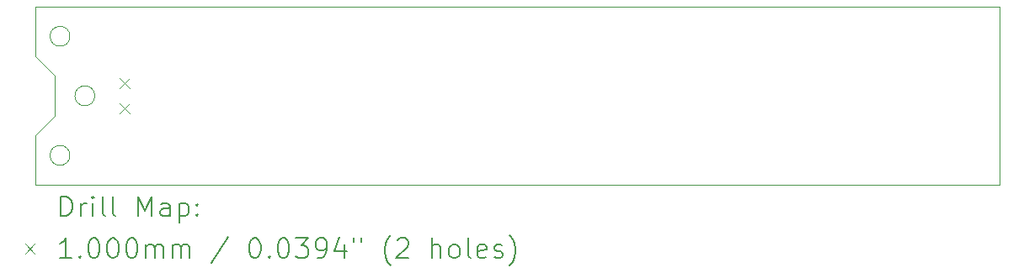
<source format=gbr>
%TF.GenerationSoftware,KiCad,Pcbnew,8.0.4*%
%TF.CreationDate,2024-09-05T15:58:07-04:00*%
%TF.ProjectId,paddle_1,70616464-6c65-45f3-912e-6b696361645f,rev?*%
%TF.SameCoordinates,Original*%
%TF.FileFunction,Drillmap*%
%TF.FilePolarity,Positive*%
%FSLAX45Y45*%
G04 Gerber Fmt 4.5, Leading zero omitted, Abs format (unit mm)*
G04 Created by KiCad (PCBNEW 8.0.4) date 2024-09-05 15:58:07*
%MOMM*%
%LPD*%
G01*
G04 APERTURE LIST*
%ADD10C,0.050000*%
%ADD11C,0.200000*%
%ADD12C,0.100000*%
G04 APERTURE END LIST*
D10*
X9100000Y-10100000D02*
X9100000Y-9600000D01*
X9700000Y-9200000D02*
G75*
G02*
X9500000Y-9200000I-100000J0D01*
G01*
X9500000Y-9200000D02*
G75*
G02*
X9700000Y-9200000I100000J0D01*
G01*
X9300000Y-9400000D02*
X9300000Y-9000000D01*
X9450000Y-8600000D02*
G75*
G02*
X9250000Y-8600000I-100000J0D01*
G01*
X9250000Y-8600000D02*
G75*
G02*
X9450000Y-8600000I100000J0D01*
G01*
X9100000Y-9600000D02*
X9300000Y-9400000D01*
X18800000Y-8300000D02*
X18800000Y-10100000D01*
X9100000Y-8800000D02*
X9100000Y-8300000D01*
X9450000Y-9800000D02*
G75*
G02*
X9250000Y-9800000I-100000J0D01*
G01*
X9250000Y-9800000D02*
G75*
G02*
X9450000Y-9800000I100000J0D01*
G01*
X18800000Y-10100000D02*
X9100000Y-10100000D01*
X9300000Y-9000000D02*
X9100000Y-8800000D01*
X9100000Y-8300000D02*
X18800000Y-8300000D01*
D11*
D12*
X9950000Y-9023500D02*
X10050000Y-9123500D01*
X10050000Y-9023500D02*
X9950000Y-9123500D01*
X9950000Y-9277500D02*
X10050000Y-9377500D01*
X10050000Y-9277500D02*
X9950000Y-9377500D01*
D11*
X9358277Y-10413984D02*
X9358277Y-10213984D01*
X9358277Y-10213984D02*
X9405896Y-10213984D01*
X9405896Y-10213984D02*
X9434467Y-10223508D01*
X9434467Y-10223508D02*
X9453515Y-10242555D01*
X9453515Y-10242555D02*
X9463039Y-10261603D01*
X9463039Y-10261603D02*
X9472563Y-10299698D01*
X9472563Y-10299698D02*
X9472563Y-10328270D01*
X9472563Y-10328270D02*
X9463039Y-10366365D01*
X9463039Y-10366365D02*
X9453515Y-10385412D01*
X9453515Y-10385412D02*
X9434467Y-10404460D01*
X9434467Y-10404460D02*
X9405896Y-10413984D01*
X9405896Y-10413984D02*
X9358277Y-10413984D01*
X9558277Y-10413984D02*
X9558277Y-10280650D01*
X9558277Y-10318746D02*
X9567801Y-10299698D01*
X9567801Y-10299698D02*
X9577324Y-10290174D01*
X9577324Y-10290174D02*
X9596372Y-10280650D01*
X9596372Y-10280650D02*
X9615420Y-10280650D01*
X9682086Y-10413984D02*
X9682086Y-10280650D01*
X9682086Y-10213984D02*
X9672563Y-10223508D01*
X9672563Y-10223508D02*
X9682086Y-10233031D01*
X9682086Y-10233031D02*
X9691610Y-10223508D01*
X9691610Y-10223508D02*
X9682086Y-10213984D01*
X9682086Y-10213984D02*
X9682086Y-10233031D01*
X9805896Y-10413984D02*
X9786848Y-10404460D01*
X9786848Y-10404460D02*
X9777324Y-10385412D01*
X9777324Y-10385412D02*
X9777324Y-10213984D01*
X9910658Y-10413984D02*
X9891610Y-10404460D01*
X9891610Y-10404460D02*
X9882086Y-10385412D01*
X9882086Y-10385412D02*
X9882086Y-10213984D01*
X10139229Y-10413984D02*
X10139229Y-10213984D01*
X10139229Y-10213984D02*
X10205896Y-10356841D01*
X10205896Y-10356841D02*
X10272563Y-10213984D01*
X10272563Y-10213984D02*
X10272563Y-10413984D01*
X10453515Y-10413984D02*
X10453515Y-10309222D01*
X10453515Y-10309222D02*
X10443991Y-10290174D01*
X10443991Y-10290174D02*
X10424944Y-10280650D01*
X10424944Y-10280650D02*
X10386848Y-10280650D01*
X10386848Y-10280650D02*
X10367801Y-10290174D01*
X10453515Y-10404460D02*
X10434467Y-10413984D01*
X10434467Y-10413984D02*
X10386848Y-10413984D01*
X10386848Y-10413984D02*
X10367801Y-10404460D01*
X10367801Y-10404460D02*
X10358277Y-10385412D01*
X10358277Y-10385412D02*
X10358277Y-10366365D01*
X10358277Y-10366365D02*
X10367801Y-10347317D01*
X10367801Y-10347317D02*
X10386848Y-10337793D01*
X10386848Y-10337793D02*
X10434467Y-10337793D01*
X10434467Y-10337793D02*
X10453515Y-10328270D01*
X10548753Y-10280650D02*
X10548753Y-10480650D01*
X10548753Y-10290174D02*
X10567801Y-10280650D01*
X10567801Y-10280650D02*
X10605896Y-10280650D01*
X10605896Y-10280650D02*
X10624944Y-10290174D01*
X10624944Y-10290174D02*
X10634467Y-10299698D01*
X10634467Y-10299698D02*
X10643991Y-10318746D01*
X10643991Y-10318746D02*
X10643991Y-10375889D01*
X10643991Y-10375889D02*
X10634467Y-10394936D01*
X10634467Y-10394936D02*
X10624944Y-10404460D01*
X10624944Y-10404460D02*
X10605896Y-10413984D01*
X10605896Y-10413984D02*
X10567801Y-10413984D01*
X10567801Y-10413984D02*
X10548753Y-10404460D01*
X10729705Y-10394936D02*
X10739229Y-10404460D01*
X10739229Y-10404460D02*
X10729705Y-10413984D01*
X10729705Y-10413984D02*
X10720182Y-10404460D01*
X10720182Y-10404460D02*
X10729705Y-10394936D01*
X10729705Y-10394936D02*
X10729705Y-10413984D01*
X10729705Y-10290174D02*
X10739229Y-10299698D01*
X10739229Y-10299698D02*
X10729705Y-10309222D01*
X10729705Y-10309222D02*
X10720182Y-10299698D01*
X10720182Y-10299698D02*
X10729705Y-10290174D01*
X10729705Y-10290174D02*
X10729705Y-10309222D01*
D12*
X8997500Y-10692500D02*
X9097500Y-10792500D01*
X9097500Y-10692500D02*
X8997500Y-10792500D01*
D11*
X9463039Y-10833984D02*
X9348753Y-10833984D01*
X9405896Y-10833984D02*
X9405896Y-10633984D01*
X9405896Y-10633984D02*
X9386848Y-10662555D01*
X9386848Y-10662555D02*
X9367801Y-10681603D01*
X9367801Y-10681603D02*
X9348753Y-10691127D01*
X9548753Y-10814936D02*
X9558277Y-10824460D01*
X9558277Y-10824460D02*
X9548753Y-10833984D01*
X9548753Y-10833984D02*
X9539229Y-10824460D01*
X9539229Y-10824460D02*
X9548753Y-10814936D01*
X9548753Y-10814936D02*
X9548753Y-10833984D01*
X9682086Y-10633984D02*
X9701134Y-10633984D01*
X9701134Y-10633984D02*
X9720182Y-10643508D01*
X9720182Y-10643508D02*
X9729705Y-10653031D01*
X9729705Y-10653031D02*
X9739229Y-10672079D01*
X9739229Y-10672079D02*
X9748753Y-10710174D01*
X9748753Y-10710174D02*
X9748753Y-10757793D01*
X9748753Y-10757793D02*
X9739229Y-10795889D01*
X9739229Y-10795889D02*
X9729705Y-10814936D01*
X9729705Y-10814936D02*
X9720182Y-10824460D01*
X9720182Y-10824460D02*
X9701134Y-10833984D01*
X9701134Y-10833984D02*
X9682086Y-10833984D01*
X9682086Y-10833984D02*
X9663039Y-10824460D01*
X9663039Y-10824460D02*
X9653515Y-10814936D01*
X9653515Y-10814936D02*
X9643991Y-10795889D01*
X9643991Y-10795889D02*
X9634467Y-10757793D01*
X9634467Y-10757793D02*
X9634467Y-10710174D01*
X9634467Y-10710174D02*
X9643991Y-10672079D01*
X9643991Y-10672079D02*
X9653515Y-10653031D01*
X9653515Y-10653031D02*
X9663039Y-10643508D01*
X9663039Y-10643508D02*
X9682086Y-10633984D01*
X9872563Y-10633984D02*
X9891610Y-10633984D01*
X9891610Y-10633984D02*
X9910658Y-10643508D01*
X9910658Y-10643508D02*
X9920182Y-10653031D01*
X9920182Y-10653031D02*
X9929705Y-10672079D01*
X9929705Y-10672079D02*
X9939229Y-10710174D01*
X9939229Y-10710174D02*
X9939229Y-10757793D01*
X9939229Y-10757793D02*
X9929705Y-10795889D01*
X9929705Y-10795889D02*
X9920182Y-10814936D01*
X9920182Y-10814936D02*
X9910658Y-10824460D01*
X9910658Y-10824460D02*
X9891610Y-10833984D01*
X9891610Y-10833984D02*
X9872563Y-10833984D01*
X9872563Y-10833984D02*
X9853515Y-10824460D01*
X9853515Y-10824460D02*
X9843991Y-10814936D01*
X9843991Y-10814936D02*
X9834467Y-10795889D01*
X9834467Y-10795889D02*
X9824944Y-10757793D01*
X9824944Y-10757793D02*
X9824944Y-10710174D01*
X9824944Y-10710174D02*
X9834467Y-10672079D01*
X9834467Y-10672079D02*
X9843991Y-10653031D01*
X9843991Y-10653031D02*
X9853515Y-10643508D01*
X9853515Y-10643508D02*
X9872563Y-10633984D01*
X10063039Y-10633984D02*
X10082086Y-10633984D01*
X10082086Y-10633984D02*
X10101134Y-10643508D01*
X10101134Y-10643508D02*
X10110658Y-10653031D01*
X10110658Y-10653031D02*
X10120182Y-10672079D01*
X10120182Y-10672079D02*
X10129705Y-10710174D01*
X10129705Y-10710174D02*
X10129705Y-10757793D01*
X10129705Y-10757793D02*
X10120182Y-10795889D01*
X10120182Y-10795889D02*
X10110658Y-10814936D01*
X10110658Y-10814936D02*
X10101134Y-10824460D01*
X10101134Y-10824460D02*
X10082086Y-10833984D01*
X10082086Y-10833984D02*
X10063039Y-10833984D01*
X10063039Y-10833984D02*
X10043991Y-10824460D01*
X10043991Y-10824460D02*
X10034467Y-10814936D01*
X10034467Y-10814936D02*
X10024944Y-10795889D01*
X10024944Y-10795889D02*
X10015420Y-10757793D01*
X10015420Y-10757793D02*
X10015420Y-10710174D01*
X10015420Y-10710174D02*
X10024944Y-10672079D01*
X10024944Y-10672079D02*
X10034467Y-10653031D01*
X10034467Y-10653031D02*
X10043991Y-10643508D01*
X10043991Y-10643508D02*
X10063039Y-10633984D01*
X10215420Y-10833984D02*
X10215420Y-10700650D01*
X10215420Y-10719698D02*
X10224944Y-10710174D01*
X10224944Y-10710174D02*
X10243991Y-10700650D01*
X10243991Y-10700650D02*
X10272563Y-10700650D01*
X10272563Y-10700650D02*
X10291610Y-10710174D01*
X10291610Y-10710174D02*
X10301134Y-10729222D01*
X10301134Y-10729222D02*
X10301134Y-10833984D01*
X10301134Y-10729222D02*
X10310658Y-10710174D01*
X10310658Y-10710174D02*
X10329705Y-10700650D01*
X10329705Y-10700650D02*
X10358277Y-10700650D01*
X10358277Y-10700650D02*
X10377325Y-10710174D01*
X10377325Y-10710174D02*
X10386848Y-10729222D01*
X10386848Y-10729222D02*
X10386848Y-10833984D01*
X10482086Y-10833984D02*
X10482086Y-10700650D01*
X10482086Y-10719698D02*
X10491610Y-10710174D01*
X10491610Y-10710174D02*
X10510658Y-10700650D01*
X10510658Y-10700650D02*
X10539229Y-10700650D01*
X10539229Y-10700650D02*
X10558277Y-10710174D01*
X10558277Y-10710174D02*
X10567801Y-10729222D01*
X10567801Y-10729222D02*
X10567801Y-10833984D01*
X10567801Y-10729222D02*
X10577325Y-10710174D01*
X10577325Y-10710174D02*
X10596372Y-10700650D01*
X10596372Y-10700650D02*
X10624944Y-10700650D01*
X10624944Y-10700650D02*
X10643991Y-10710174D01*
X10643991Y-10710174D02*
X10653515Y-10729222D01*
X10653515Y-10729222D02*
X10653515Y-10833984D01*
X11043991Y-10624460D02*
X10872563Y-10881603D01*
X11301134Y-10633984D02*
X11320182Y-10633984D01*
X11320182Y-10633984D02*
X11339229Y-10643508D01*
X11339229Y-10643508D02*
X11348753Y-10653031D01*
X11348753Y-10653031D02*
X11358277Y-10672079D01*
X11358277Y-10672079D02*
X11367801Y-10710174D01*
X11367801Y-10710174D02*
X11367801Y-10757793D01*
X11367801Y-10757793D02*
X11358277Y-10795889D01*
X11358277Y-10795889D02*
X11348753Y-10814936D01*
X11348753Y-10814936D02*
X11339229Y-10824460D01*
X11339229Y-10824460D02*
X11320182Y-10833984D01*
X11320182Y-10833984D02*
X11301134Y-10833984D01*
X11301134Y-10833984D02*
X11282086Y-10824460D01*
X11282086Y-10824460D02*
X11272563Y-10814936D01*
X11272563Y-10814936D02*
X11263039Y-10795889D01*
X11263039Y-10795889D02*
X11253515Y-10757793D01*
X11253515Y-10757793D02*
X11253515Y-10710174D01*
X11253515Y-10710174D02*
X11263039Y-10672079D01*
X11263039Y-10672079D02*
X11272563Y-10653031D01*
X11272563Y-10653031D02*
X11282086Y-10643508D01*
X11282086Y-10643508D02*
X11301134Y-10633984D01*
X11453515Y-10814936D02*
X11463039Y-10824460D01*
X11463039Y-10824460D02*
X11453515Y-10833984D01*
X11453515Y-10833984D02*
X11443991Y-10824460D01*
X11443991Y-10824460D02*
X11453515Y-10814936D01*
X11453515Y-10814936D02*
X11453515Y-10833984D01*
X11586848Y-10633984D02*
X11605896Y-10633984D01*
X11605896Y-10633984D02*
X11624944Y-10643508D01*
X11624944Y-10643508D02*
X11634467Y-10653031D01*
X11634467Y-10653031D02*
X11643991Y-10672079D01*
X11643991Y-10672079D02*
X11653515Y-10710174D01*
X11653515Y-10710174D02*
X11653515Y-10757793D01*
X11653515Y-10757793D02*
X11643991Y-10795889D01*
X11643991Y-10795889D02*
X11634467Y-10814936D01*
X11634467Y-10814936D02*
X11624944Y-10824460D01*
X11624944Y-10824460D02*
X11605896Y-10833984D01*
X11605896Y-10833984D02*
X11586848Y-10833984D01*
X11586848Y-10833984D02*
X11567801Y-10824460D01*
X11567801Y-10824460D02*
X11558277Y-10814936D01*
X11558277Y-10814936D02*
X11548753Y-10795889D01*
X11548753Y-10795889D02*
X11539229Y-10757793D01*
X11539229Y-10757793D02*
X11539229Y-10710174D01*
X11539229Y-10710174D02*
X11548753Y-10672079D01*
X11548753Y-10672079D02*
X11558277Y-10653031D01*
X11558277Y-10653031D02*
X11567801Y-10643508D01*
X11567801Y-10643508D02*
X11586848Y-10633984D01*
X11720182Y-10633984D02*
X11843991Y-10633984D01*
X11843991Y-10633984D02*
X11777325Y-10710174D01*
X11777325Y-10710174D02*
X11805896Y-10710174D01*
X11805896Y-10710174D02*
X11824944Y-10719698D01*
X11824944Y-10719698D02*
X11834467Y-10729222D01*
X11834467Y-10729222D02*
X11843991Y-10748270D01*
X11843991Y-10748270D02*
X11843991Y-10795889D01*
X11843991Y-10795889D02*
X11834467Y-10814936D01*
X11834467Y-10814936D02*
X11824944Y-10824460D01*
X11824944Y-10824460D02*
X11805896Y-10833984D01*
X11805896Y-10833984D02*
X11748753Y-10833984D01*
X11748753Y-10833984D02*
X11729706Y-10824460D01*
X11729706Y-10824460D02*
X11720182Y-10814936D01*
X11939229Y-10833984D02*
X11977325Y-10833984D01*
X11977325Y-10833984D02*
X11996372Y-10824460D01*
X11996372Y-10824460D02*
X12005896Y-10814936D01*
X12005896Y-10814936D02*
X12024944Y-10786365D01*
X12024944Y-10786365D02*
X12034467Y-10748270D01*
X12034467Y-10748270D02*
X12034467Y-10672079D01*
X12034467Y-10672079D02*
X12024944Y-10653031D01*
X12024944Y-10653031D02*
X12015420Y-10643508D01*
X12015420Y-10643508D02*
X11996372Y-10633984D01*
X11996372Y-10633984D02*
X11958277Y-10633984D01*
X11958277Y-10633984D02*
X11939229Y-10643508D01*
X11939229Y-10643508D02*
X11929706Y-10653031D01*
X11929706Y-10653031D02*
X11920182Y-10672079D01*
X11920182Y-10672079D02*
X11920182Y-10719698D01*
X11920182Y-10719698D02*
X11929706Y-10738746D01*
X11929706Y-10738746D02*
X11939229Y-10748270D01*
X11939229Y-10748270D02*
X11958277Y-10757793D01*
X11958277Y-10757793D02*
X11996372Y-10757793D01*
X11996372Y-10757793D02*
X12015420Y-10748270D01*
X12015420Y-10748270D02*
X12024944Y-10738746D01*
X12024944Y-10738746D02*
X12034467Y-10719698D01*
X12205896Y-10700650D02*
X12205896Y-10833984D01*
X12158277Y-10624460D02*
X12110658Y-10767317D01*
X12110658Y-10767317D02*
X12234467Y-10767317D01*
X12301134Y-10633984D02*
X12301134Y-10672079D01*
X12377325Y-10633984D02*
X12377325Y-10672079D01*
X12672563Y-10910174D02*
X12663039Y-10900650D01*
X12663039Y-10900650D02*
X12643991Y-10872079D01*
X12643991Y-10872079D02*
X12634468Y-10853031D01*
X12634468Y-10853031D02*
X12624944Y-10824460D01*
X12624944Y-10824460D02*
X12615420Y-10776841D01*
X12615420Y-10776841D02*
X12615420Y-10738746D01*
X12615420Y-10738746D02*
X12624944Y-10691127D01*
X12624944Y-10691127D02*
X12634468Y-10662555D01*
X12634468Y-10662555D02*
X12643991Y-10643508D01*
X12643991Y-10643508D02*
X12663039Y-10614936D01*
X12663039Y-10614936D02*
X12672563Y-10605412D01*
X12739229Y-10653031D02*
X12748753Y-10643508D01*
X12748753Y-10643508D02*
X12767801Y-10633984D01*
X12767801Y-10633984D02*
X12815420Y-10633984D01*
X12815420Y-10633984D02*
X12834468Y-10643508D01*
X12834468Y-10643508D02*
X12843991Y-10653031D01*
X12843991Y-10653031D02*
X12853515Y-10672079D01*
X12853515Y-10672079D02*
X12853515Y-10691127D01*
X12853515Y-10691127D02*
X12843991Y-10719698D01*
X12843991Y-10719698D02*
X12729706Y-10833984D01*
X12729706Y-10833984D02*
X12853515Y-10833984D01*
X13091610Y-10833984D02*
X13091610Y-10633984D01*
X13177325Y-10833984D02*
X13177325Y-10729222D01*
X13177325Y-10729222D02*
X13167801Y-10710174D01*
X13167801Y-10710174D02*
X13148753Y-10700650D01*
X13148753Y-10700650D02*
X13120182Y-10700650D01*
X13120182Y-10700650D02*
X13101134Y-10710174D01*
X13101134Y-10710174D02*
X13091610Y-10719698D01*
X13301134Y-10833984D02*
X13282087Y-10824460D01*
X13282087Y-10824460D02*
X13272563Y-10814936D01*
X13272563Y-10814936D02*
X13263039Y-10795889D01*
X13263039Y-10795889D02*
X13263039Y-10738746D01*
X13263039Y-10738746D02*
X13272563Y-10719698D01*
X13272563Y-10719698D02*
X13282087Y-10710174D01*
X13282087Y-10710174D02*
X13301134Y-10700650D01*
X13301134Y-10700650D02*
X13329706Y-10700650D01*
X13329706Y-10700650D02*
X13348753Y-10710174D01*
X13348753Y-10710174D02*
X13358277Y-10719698D01*
X13358277Y-10719698D02*
X13367801Y-10738746D01*
X13367801Y-10738746D02*
X13367801Y-10795889D01*
X13367801Y-10795889D02*
X13358277Y-10814936D01*
X13358277Y-10814936D02*
X13348753Y-10824460D01*
X13348753Y-10824460D02*
X13329706Y-10833984D01*
X13329706Y-10833984D02*
X13301134Y-10833984D01*
X13482087Y-10833984D02*
X13463039Y-10824460D01*
X13463039Y-10824460D02*
X13453515Y-10805412D01*
X13453515Y-10805412D02*
X13453515Y-10633984D01*
X13634468Y-10824460D02*
X13615420Y-10833984D01*
X13615420Y-10833984D02*
X13577325Y-10833984D01*
X13577325Y-10833984D02*
X13558277Y-10824460D01*
X13558277Y-10824460D02*
X13548753Y-10805412D01*
X13548753Y-10805412D02*
X13548753Y-10729222D01*
X13548753Y-10729222D02*
X13558277Y-10710174D01*
X13558277Y-10710174D02*
X13577325Y-10700650D01*
X13577325Y-10700650D02*
X13615420Y-10700650D01*
X13615420Y-10700650D02*
X13634468Y-10710174D01*
X13634468Y-10710174D02*
X13643991Y-10729222D01*
X13643991Y-10729222D02*
X13643991Y-10748270D01*
X13643991Y-10748270D02*
X13548753Y-10767317D01*
X13720182Y-10824460D02*
X13739230Y-10833984D01*
X13739230Y-10833984D02*
X13777325Y-10833984D01*
X13777325Y-10833984D02*
X13796372Y-10824460D01*
X13796372Y-10824460D02*
X13805896Y-10805412D01*
X13805896Y-10805412D02*
X13805896Y-10795889D01*
X13805896Y-10795889D02*
X13796372Y-10776841D01*
X13796372Y-10776841D02*
X13777325Y-10767317D01*
X13777325Y-10767317D02*
X13748753Y-10767317D01*
X13748753Y-10767317D02*
X13729706Y-10757793D01*
X13729706Y-10757793D02*
X13720182Y-10738746D01*
X13720182Y-10738746D02*
X13720182Y-10729222D01*
X13720182Y-10729222D02*
X13729706Y-10710174D01*
X13729706Y-10710174D02*
X13748753Y-10700650D01*
X13748753Y-10700650D02*
X13777325Y-10700650D01*
X13777325Y-10700650D02*
X13796372Y-10710174D01*
X13872563Y-10910174D02*
X13882087Y-10900650D01*
X13882087Y-10900650D02*
X13901134Y-10872079D01*
X13901134Y-10872079D02*
X13910658Y-10853031D01*
X13910658Y-10853031D02*
X13920182Y-10824460D01*
X13920182Y-10824460D02*
X13929706Y-10776841D01*
X13929706Y-10776841D02*
X13929706Y-10738746D01*
X13929706Y-10738746D02*
X13920182Y-10691127D01*
X13920182Y-10691127D02*
X13910658Y-10662555D01*
X13910658Y-10662555D02*
X13901134Y-10643508D01*
X13901134Y-10643508D02*
X13882087Y-10614936D01*
X13882087Y-10614936D02*
X13872563Y-10605412D01*
M02*

</source>
